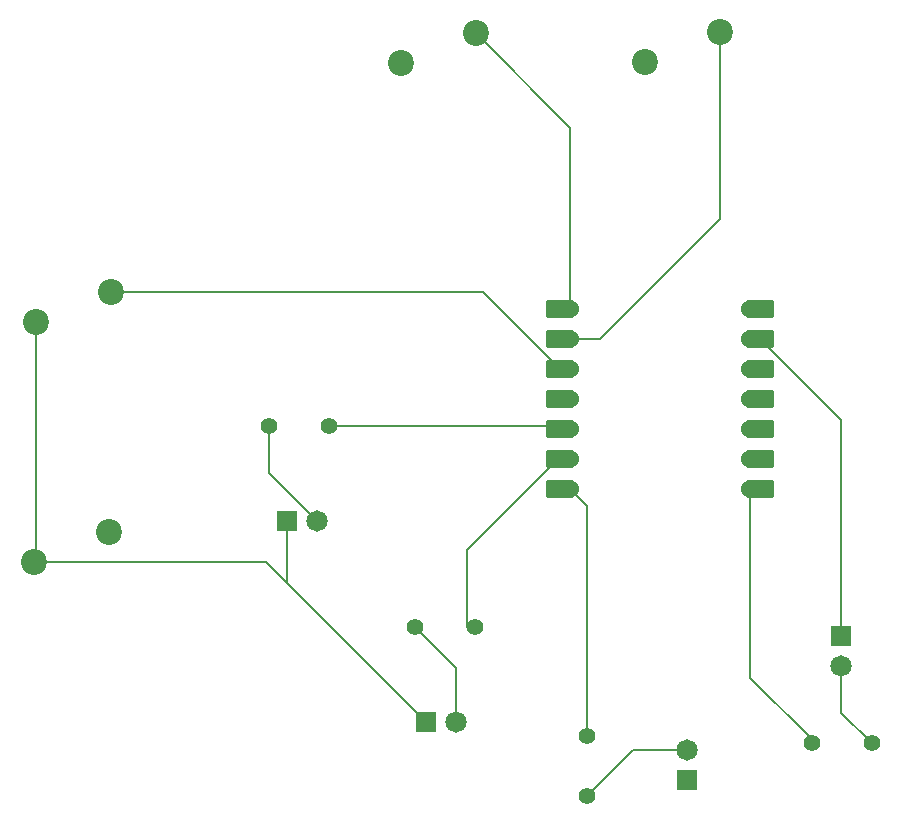
<source format=gbr>
%TF.GenerationSoftware,KiCad,Pcbnew,9.0.3*%
%TF.CreationDate,2025-07-30T12:58:09-07:00*%
%TF.ProjectId,apollo_pcb,61706f6c-6c6f-45f7-9063-622e6b696361,rev?*%
%TF.SameCoordinates,Original*%
%TF.FileFunction,Copper,L1,Top*%
%TF.FilePolarity,Positive*%
%FSLAX46Y46*%
G04 Gerber Fmt 4.6, Leading zero omitted, Abs format (unit mm)*
G04 Created by KiCad (PCBNEW 9.0.3) date 2025-07-30 12:58:09*
%MOMM*%
%LPD*%
G01*
G04 APERTURE LIST*
G04 Aperture macros list*
%AMRoundRect*
0 Rectangle with rounded corners*
0 $1 Rounding radius*
0 $2 $3 $4 $5 $6 $7 $8 $9 X,Y pos of 4 corners*
0 Add a 4 corners polygon primitive as box body*
4,1,4,$2,$3,$4,$5,$6,$7,$8,$9,$2,$3,0*
0 Add four circle primitives for the rounded corners*
1,1,$1+$1,$2,$3*
1,1,$1+$1,$4,$5*
1,1,$1+$1,$6,$7*
1,1,$1+$1,$8,$9*
0 Add four rect primitives between the rounded corners*
20,1,$1+$1,$2,$3,$4,$5,0*
20,1,$1+$1,$4,$5,$6,$7,0*
20,1,$1+$1,$6,$7,$8,$9,0*
20,1,$1+$1,$8,$9,$2,$3,0*%
G04 Aperture macros list end*
%TA.AperFunction,ComponentPad*%
%ADD10C,2.200000*%
%TD*%
%TA.AperFunction,ComponentPad*%
%ADD11C,1.400000*%
%TD*%
%TA.AperFunction,ComponentPad*%
%ADD12C,1.815000*%
%TD*%
%TA.AperFunction,ComponentPad*%
%ADD13R,1.815000X1.815000*%
%TD*%
%TA.AperFunction,SMDPad,CuDef*%
%ADD14RoundRect,0.152400X1.063600X0.609600X-1.063600X0.609600X-1.063600X-0.609600X1.063600X-0.609600X0*%
%TD*%
%TA.AperFunction,ComponentPad*%
%ADD15C,1.524000*%
%TD*%
%TA.AperFunction,SMDPad,CuDef*%
%ADD16RoundRect,0.152400X-1.063600X-0.609600X1.063600X-0.609600X1.063600X0.609600X-1.063600X0.609600X0*%
%TD*%
%TA.AperFunction,Conductor*%
%ADD17C,0.200000*%
%TD*%
G04 APERTURE END LIST*
D10*
%TO.P,SW3,1,1*%
%TO.N,button3*%
X91360000Y-128420000D03*
%TO.P,SW3,2,2*%
%TO.N,GND*%
X85010000Y-130960000D03*
%TD*%
D11*
%TO.P,R3,1*%
%TO.N,Net-(D3-PadA)*%
X131700000Y-171100000D03*
%TO.P,R3,2*%
%TO.N,LED3*%
X131700000Y-166020000D03*
%TD*%
D12*
%TO.P,D4,A*%
%TO.N,Net-(D4-PadA)*%
X153200000Y-160100000D03*
D13*
%TO.P,D4,C*%
%TO.N,GND*%
X153200000Y-157560000D03*
%TD*%
D11*
%TO.P,R1,1*%
%TO.N,Net-(D1-PadA)*%
X104760000Y-139800000D03*
%TO.P,R1,2*%
%TO.N,LED1*%
X109840000Y-139800000D03*
%TD*%
D10*
%TO.P,SW1,1,1*%
%TO.N,button1*%
X122260000Y-106520000D03*
%TO.P,SW1,2,2*%
%TO.N,GND*%
X115910000Y-109060000D03*
%TD*%
%TO.P,SW4,1,1*%
%TO.N,button4*%
X91260000Y-148720000D03*
%TO.P,SW4,2,2*%
%TO.N,GND*%
X84910000Y-151260000D03*
%TD*%
D12*
%TO.P,D3,A*%
%TO.N,Net-(D3-PadA)*%
X140200000Y-167220000D03*
D13*
%TO.P,D3,C*%
%TO.N,GND*%
X140200000Y-169760000D03*
%TD*%
D11*
%TO.P,R2,1*%
%TO.N,Net-(D2-PadA)*%
X117120000Y-156800000D03*
%TO.P,R2,2*%
%TO.N,LED2*%
X122200000Y-156800000D03*
%TD*%
D10*
%TO.P,SW2,1,1*%
%TO.N,button2*%
X142960000Y-106420000D03*
%TO.P,SW2,2,2*%
%TO.N,GND*%
X136610000Y-108960000D03*
%TD*%
D11*
%TO.P,R4,1*%
%TO.N,Net-(D4-PadA)*%
X155780000Y-166630000D03*
%TO.P,R4,2*%
%TO.N,LED4*%
X150700000Y-166630000D03*
%TD*%
D14*
%TO.P,U1,1,GPIO26/ADC0/A0*%
%TO.N,button1*%
X129445000Y-129880000D03*
D15*
X130280000Y-129880000D03*
D14*
%TO.P,U1,2,GPIO27/ADC1/A1*%
%TO.N,button2*%
X129445000Y-132420000D03*
D15*
X130280000Y-132420000D03*
D14*
%TO.P,U1,3,GPIO28/ADC2/A2*%
%TO.N,button3*%
X129445000Y-134960000D03*
D15*
X130280000Y-134960000D03*
D14*
%TO.P,U1,4,GPIO29/ADC3/A3*%
%TO.N,button4*%
X129445000Y-137500000D03*
D15*
X130280000Y-137500000D03*
D14*
%TO.P,U1,5,GPIO6/SDA*%
%TO.N,LED1*%
X129445000Y-140040000D03*
D15*
X130280000Y-140040000D03*
D14*
%TO.P,U1,6,GPIO7/SCL*%
%TO.N,LED2*%
X129445000Y-142580000D03*
D15*
X130280000Y-142580000D03*
D14*
%TO.P,U1,7,GPIO0/TX*%
%TO.N,LED3*%
X129445000Y-145120000D03*
D15*
X130280000Y-145120000D03*
%TO.P,U1,8,GPIO1/RX*%
%TO.N,LED4*%
X145520000Y-145120000D03*
D16*
X146355000Y-145120000D03*
D15*
%TO.P,U1,9,GPIO2/SCK*%
%TO.N,unconnected-(U1-GPIO2{slash}SCK-Pad9)*%
X145520000Y-142580000D03*
D16*
X146355000Y-142580000D03*
D15*
%TO.P,U1,10,GPIO4/MISO*%
%TO.N,unconnected-(U1-GPIO4{slash}MISO-Pad10)*%
X145520000Y-140040000D03*
D16*
X146355000Y-140040000D03*
D15*
%TO.P,U1,11,GPIO3/MOSI*%
%TO.N,unconnected-(U1-GPIO3{slash}MOSI-Pad11)*%
X145520000Y-137500000D03*
D16*
X146355000Y-137500000D03*
D15*
%TO.P,U1,12,3V3*%
%TO.N,unconnected-(U1-3V3-Pad12)*%
X145520000Y-134960000D03*
D16*
X146355000Y-134960000D03*
D15*
%TO.P,U1,13,GND*%
%TO.N,GND*%
X145520000Y-132420000D03*
D16*
X146355000Y-132420000D03*
D15*
%TO.P,U1,14,VBUS*%
%TO.N,unconnected-(U1-VBUS-Pad14)*%
X145520000Y-129880000D03*
D16*
X146355000Y-129880000D03*
%TD*%
D12*
%TO.P,D1,A*%
%TO.N,Net-(D1-PadA)*%
X108840000Y-147800000D03*
D13*
%TO.P,D1,C*%
%TO.N,GND*%
X106300000Y-147800000D03*
%TD*%
D12*
%TO.P,D2,A*%
%TO.N,Net-(D2-PadA)*%
X120600000Y-164800000D03*
D13*
%TO.P,D2,C*%
%TO.N,GND*%
X118060000Y-164800000D03*
%TD*%
D17*
%TO.N,GND*%
X104520000Y-151260000D02*
X106630000Y-153370000D01*
X106630000Y-153370000D02*
X118060000Y-164800000D01*
X106300000Y-147800000D02*
X106300000Y-153040000D01*
X84910000Y-151260000D02*
X104520000Y-151260000D01*
X106300000Y-153040000D02*
X106630000Y-153370000D01*
X153200000Y-139265000D02*
X146355000Y-132420000D01*
X153200000Y-157560000D02*
X153200000Y-139265000D01*
X85010000Y-151160000D02*
X85010000Y-130960000D01*
X84910000Y-151260000D02*
X85010000Y-151160000D01*
%TO.N,Net-(D1-PadA)*%
X104760000Y-139800000D02*
X104760000Y-143720000D01*
X104760000Y-143720000D02*
X108840000Y-147800000D01*
%TO.N,Net-(D2-PadA)*%
X120600000Y-164800000D02*
X120600000Y-160280000D01*
X120600000Y-160280000D02*
X117120000Y-156800000D01*
%TO.N,Net-(D3-PadA)*%
X135580000Y-167220000D02*
X131700000Y-171100000D01*
X140200000Y-167220000D02*
X135580000Y-167220000D01*
X140200000Y-167220000D02*
X140200000Y-167100000D01*
%TO.N,LED1*%
X109840000Y-139800000D02*
X130040000Y-139800000D01*
X130040000Y-139800000D02*
X130280000Y-140040000D01*
%TO.N,LED2*%
X122200000Y-156800000D02*
X121500000Y-156800000D01*
X121500000Y-156800000D02*
X121500000Y-150282370D01*
X121900000Y-156800000D02*
X121800000Y-156900000D01*
X122200000Y-156800000D02*
X121900000Y-156800000D01*
X121500000Y-150282370D02*
X129202370Y-142580000D01*
X129202370Y-142580000D02*
X130280000Y-142580000D01*
%TO.N,LED3*%
X131700000Y-166020000D02*
X131700000Y-146540000D01*
X131700000Y-146540000D02*
X130280000Y-145120000D01*
%TO.N,button1*%
X130280000Y-114540000D02*
X130280000Y-129880000D01*
X122260000Y-106520000D02*
X130280000Y-114540000D01*
%TO.N,button2*%
X142960000Y-122240000D02*
X132780000Y-132420000D01*
X132780000Y-132420000D02*
X130280000Y-132420000D01*
X142960000Y-106420000D02*
X142960000Y-122240000D01*
%TO.N,button3*%
X122905000Y-128420000D02*
X129445000Y-134960000D01*
X91360000Y-128420000D02*
X122905000Y-128420000D01*
%TO.N,Net-(D4-PadA)*%
X153200000Y-164050000D02*
X155780000Y-166630000D01*
X153200000Y-160100000D02*
X153200000Y-164050000D01*
%TO.N,LED4*%
X150700000Y-166630000D02*
X150700000Y-166300000D01*
X150700000Y-166300000D02*
X145520000Y-161120000D01*
X145520000Y-161120000D02*
X145520000Y-145120000D01*
%TD*%
M02*

</source>
